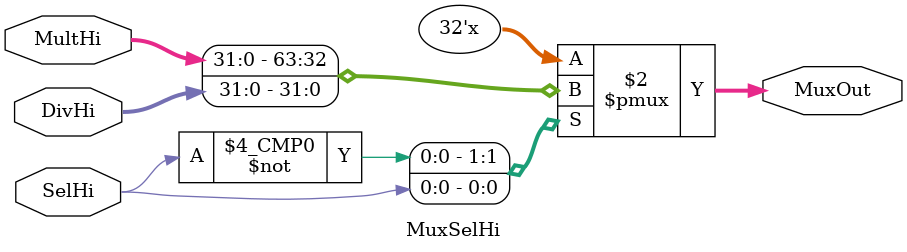
<source format=v>
module MuxSelHi (SelHi, MultHi, DivHi, MuxOut);

input SelHi;
input [31:0] MultHi;
input [31:0] DivHi;
output reg [31:0] MuxOut;

always @(SelHi)
begin

case(SelHi)
1'd0: MuxOut <= MultHi;
1'd1: MuxOut <= DivHi;
endcase

end
endmodule

</source>
